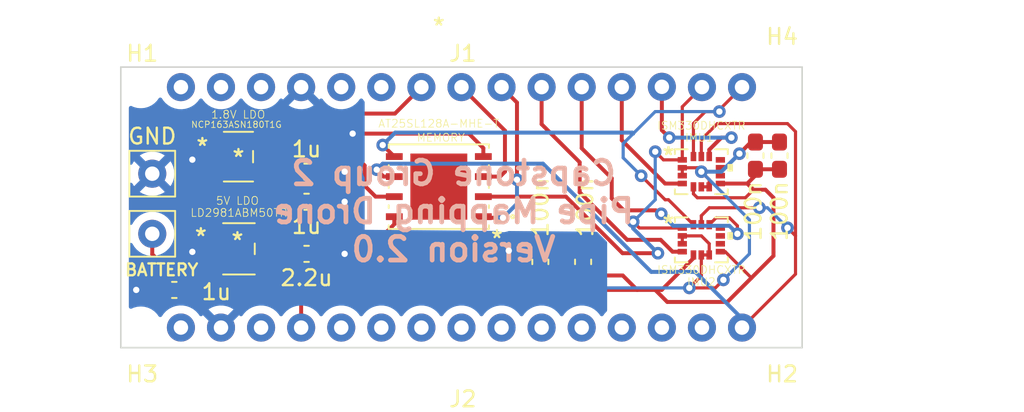
<source format=kicad_pcb>
(kicad_pcb (version 20211014) (generator pcbnew)
  (layers (0 "F.Cu" signal) (31 "B.Cu" signal) (34 "B.Paste" user) (35 "F.Paste" user) (36 "B.SilkS" user "B.Silkscreen") (37 "F.SilkS" user "F.Silkscreen") (38 "B.Mask" user) (39 "F.Mask" user) (44 "Edge.Cuts" user))
  (net 0 "")
  (net 1 "GND")
  (net 2 "1.8 V")
  (net 3 "5 V IN")
  (net 4 "Battery")
  (net 6 "SPI MISO")
  (net 7 "SPI MOSI")
  (net 9 "HOLD PIN")
  (net 10 "WP PIN")
  (net 11 "MEM CS PIN")
  (net 12 "IMU2 CS PIN")
  (net 13 "IMU1 CS PIN")
  (net 14 "IMU2 INT1 PIN")
  (net 15 "IMU1 INT1 PIN")
  (net 16 "/RST")
  (net 17 "/RX0")
  (net 18 "/TX1")
  (net 19 "/VIN")
  (net 20 "/A7")
  (net 21 "/A6")
  (net 22 "/A5")
  (net 23 "/A4")
  (net 24 "/A3")
  (net 25 "/A2")
  (net 26 "/A1")
  (net 27 "/A0")
  (net 28 "/REF")
  (net 29 "/3.3V")
  (net 30 "SPI CLK")
  (footprint "TestPoint:TestPoint_THTPad_2.5x2.5mm_Drill1.2mm" (layer "F.Cu") (at 128.905 102.87)
    (fp_text reference "GND" (at 0 -2.37) (layer "F.SilkS"))
    (fp_text value "TestPoint")
    (fp_line (start -1.45 1.45) (end -1.45 -1.45) (layer "F.SilkS") (width 0.12))
    (fp_line (start -1.45 -1.45) (end 1.45 -1.45) (layer "F.SilkS") (width 0.12))
    (fp_line (start 1.45 -1.45) (end 1.45 1.45) (layer "F.SilkS") (width 0.12))
    (fp_line (start 1.45 1.45) (end -1.45 1.45) (layer "F.SilkS") (width 0.12))
    (pad "1" thru_hole circle (at 0 0) (size 1.778 1.778) (drill 0.9144) (layers *.Cu *.Mask) (net 1 "GND"))
  )
  (footprint "MountingHole:MountingHole_2.1mm" (layer "F.Cu") (at 168.8211 97.3836)
    (fp_text reference "H4" (at 0 -3.2) (layer "F.SilkS"))
    (fp_text value "MountingHole")
    (pad "" np_thru_hole circle (at 0 0) (size 1.651 1.651) (drill 1.651) (layers F&B.Cu *.Mask))
  )
  (footprint "Capacitor_SMD:C_0603_1608Metric_Pad1.08x0.95mm_HandSolder" (layer "F.Cu") (at 138.684 107.95)
    (fp_text reference "2.2u" (at 0 1.524) (layer "F.SilkS"))
    (fp_text value "2.2u")
    (fp_line (start -0.146267 0.51) (end 0.146267 0.51) (layer "F.SilkS") (width 0.12))
    (fp_line (start -0.146267 -0.51) (end 0.146267 -0.51) (layer "F.SilkS") (width 0.12))
    (pad "1" smd roundrect (at -0.8625 0) (size 1.075 0.95) (layers "F.Cu" "F.Paste" "F.Mask") (net 3 "5 V IN"))
    (pad "2" smd roundrect (at 0.8625 0) (size 1.075 0.95) (layers "F.Cu" "F.Paste" "F.Mask") (net 1 "GND"))
  )
  (footprint "5LDO:LD2981ABM50TR" (layer "F.Cu") (at 134.39775 107.6325)
    (fp_text reference "5V LDO" (at -0.09525 -3.048) (layer "F.SilkS") (effects (font (size 0.5 0.5) (thickness 0.05))))
    (fp_text value "LD2981ABM50TR" (at 0 -2.286) (layer "F.SilkS") (effects (font (size 0.5 0.5) (thickness 0.05))))
    (fp_text user "*" (at -2.413 -0.762) (layer "F.SilkS"))
    (fp_text user "*" (at -0.09525 -0.508) (layer "F.SilkS"))
    (fp_line (start -1.0033 1.6256) (end 1.0033 1.6256) (layer "F.SilkS") (width 0.12))
    (fp_line (start 1.0033 -1.6256) (end -1.0033 -1.6256) (layer "F.SilkS") (width 0.12))
    (fp_line (start 1.0033 0.337861) (end 1.0033 -0.337861) (layer "F.SilkS") (width 0.12))
    (pad "1" smd rect locked (at -1.1938 -0.950001) (size 1.3208 0.5588) (layers "F.Cu" "F.Paste" "F.Mask") (net 4 "Battery"))
    (pad "2" smd rect locked (at -1.1938 0) (size 1.3208 0.5588) (layers "F.Cu" "F.Paste" "F.Mask") (net 1 "GND"))
    (pad "3" smd rect locked (at -1.1938 0.950001) (size 1.3208 0.5588) (layers "F.Cu" "F.Paste" "F.Mask") (net 4 "Battery"))
    (pad "4" smd rect locked (at 1.1938 0.950001) (size 1.3208 0.5588) (layers "F.Cu" "F.Paste" "F.Mask"))
    (pad "5" smd rect locked (at 1.1938 -0.950001) (size 1.3208 0.5588) (layers "F.Cu" "F.Paste" "F.Mask") (net 3 "5 V IN"))
  )
  (footprint "Capacitor_SMD:C_0603_1608Metric_Pad1.08x0.95mm_HandSolder" (layer "F.Cu") (at 168.656 101.727 -90)
    (fp_text reference "100n" (at 3.523 0 90) (layer "F.SilkS"))
    (fp_text value "100n")
    (fp_line (start -0.146267 0.51) (end 0.146267 0.51) (layer "F.SilkS") (width 0.12))
    (fp_line (start -0.146267 -0.51) (end 0.146267 -0.51) (layer "F.SilkS") (width 0.12))
    (pad "1" smd roundrect (at -0.8625 0 270) (size 1.075 0.95) (layers "F.Cu" "F.Paste" "F.Mask") (net 1 "GND"))
    (pad "2" smd roundrect (at 0.8625 0 270) (size 1.075 0.95) (layers "F.Cu" "F.Paste" "F.Mask") (net 2 "1.8 V"))
  )
  (footprint "MountingHole:MountingHole_2.1mm" (layer "F.Cu") (at 128.1811 97.3836)
    (fp_text reference "H1" (at 0.0889 -2.1336) (layer "F.SilkS"))
    (fp_text value "MountingHole")
    (pad "" np_thru_hole circle (at 0 0) (size 1.651 1.651) (drill 1.651) (layers F&B.Cu *.Mask))
  )
  (footprint "Capacitor_SMD:C_0603_1608Metric_Pad1.08x0.95mm_HandSolder" (layer "F.Cu") (at 153.5 108.458 -90)
    (fp_text reference "100n" (at -3.458 0 90) (layer "F.SilkS"))
    (fp_text value "100n")
    (fp_line (start -0.146267 0.51) (end 0.146267 0.51) (layer "F.SilkS") (width 0.12))
    (fp_line (start -0.146267 -0.51) (end 0.146267 -0.51) (layer "F.SilkS") (width 0.12))
    (pad "1" smd roundrect (at -0.8625 0 270) (size 1.075 0.95) (layers "F.Cu" "F.Paste" "F.Mask") (net 1 "GND"))
    (pad "2" smd roundrect (at 0.8625 0 270) (size 1.075 0.95) (layers "F.Cu" "F.Paste" "F.Mask") (net 2 "1.8 V"))
  )
  (footprint "Capacitor_SMD:C_0603_1608Metric_Pad1.08x0.95mm_HandSolder" (layer "F.Cu") (at 138.684 102.743)
    (fp_text reference "1u" (at 0 -1.43) (layer "F.SilkS"))
    (fp_text value "1u")
    (fp_line (start -0.146267 -0.51) (end 0.146267 -0.51) (layer "F.SilkS") (width 0.12))
    (fp_line (start -0.146267 0.51) (end 0.146267 0.51) (layer "F.SilkS") (width 0.12))
    (pad "1" smd roundrect (at -0.8625 0) (size 1.075 0.95) (layers "F.Cu" "F.Paste" "F.Mask") (net 2 "1.8 V"))
    (pad "2" smd roundrect (at 0.8625 0) (size 1.075 0.95) (layers "F.Cu" "F.Paste" "F.Mask") (net 1 "GND"))
  )
  (footprint "Capacitor_SMD:C_0603_1608Metric_Pad1.08x0.95mm_HandSolder" (layer "F.Cu") (at 138.684 104.648)
    (fp_text reference "1u" (at 0 1.524) (layer "F.SilkS"))
    (fp_text value "1u")
    (fp_line (start -0.146267 0.51) (end 0.146267 0.51) (layer "F.SilkS") (width 0.12))
    (fp_line (start -0.146267 -0.51) (end 0.146267 -0.51) (layer "F.SilkS") (width 0.12))
    (pad "1" smd roundrect (at -0.8625 0) (size 1.075 0.95) (layers "F.Cu" "F.Paste" "F.Mask") (net 3 "5 V IN"))
    (pad "2" smd roundrect (at 0.8625 0) (size 1.075 0.95) (layers "F.Cu" "F.Paste" "F.Mask") (net 1 "GND"))
  )
  (footprint "Capacitor_SMD:C_0603_1608Metric_Pad1.08x0.95mm_HandSolder" (layer "F.Cu") (at 167.132 101.727 -90)
    (fp_text reference "100n" (at 3.523 0.132 90) (layer "F.SilkS"))
    (fp_text value "100n")
    (fp_line (start -0.146267 -0.51) (end 0.146267 -0.51) (layer "F.SilkS") (width 0.12))
    (fp_line (start -0.146267 0.51) (end 0.146267 0.51) (layer "F.SilkS") (width 0.12))
    (pad "1" smd roundrect (at -0.8625 0 270) (size 1.075 0.95) (layers "F.Cu" "F.Paste" "F.Mask") (net 1 "GND"))
    (pad "2" smd roundrect (at 0.8625 0 270) (size 1.075 0.95) (layers "F.Cu" "F.Paste" "F.Mask") (net 2 "1.8 V"))
  )
  (footprint "Memory:AT25SL128A-MHE-T" (layer "F.Cu") (at 147.066 103.68915 180)
    (fp_text reference "MEMORY" (at -0.127 3.10515) (layer "F.SilkS") (effects (font (size 0.5 0.5) (thickness 0.05))))
    (fp_text value "AT25SL128A-MHE-T" (at 0 3.99415) (layer "F.SilkS") (effects (font (size 0.5 0.5) (thickness 0.05))))
    (fp_text user "*" (at 0 10.16) (layer "F.SilkS"))
    (fp_line (start 3.175 2.6797) (end 3.175 2.45364) (layer "F.SilkS") (width 0.12))
    (fp_line (start -3.175 -1.35636) (end -3.175 -1.18364) (layer "F.SilkS") (width 0.12))
    (fp_line (start 3.175 0.08636) (end 3.175 -0.08636) (layer "F.SilkS") (width 0.12))
    (fp_line (start -3.175 -2.6797) (end -3.175 -2.45364) (layer "F.SilkS") (width 0.12))
    (fp_line (start -3.175 2.45364) (end -3.175 2.6797) (layer "F.SilkS") (width 0.12))
    (fp_line (start -3.175 2.6797) (end 3.175 2.6797) (layer "F.SilkS") (width 0.12))
    (fp_line (start 3.175 -1.18364) (end 3.175 -1.35636) (layer "F.SilkS") (width 0.12))
    (fp_line (start -3.175 -0.08636) (end -3.175 0.08636) (layer "F.SilkS") (width 0.12))
    (fp_line (start 3.175 -2.45364) (end 3.175 -2.6797) (layer "F.SilkS") (width 0.12))
    (fp_line (start 3.175 1.35636) (end 3.175 1.18364) (layer "F.SilkS") (width 0.12))
    (fp_line (start 3.175 -2.6797) (end -3.175 -2.6797) (layer "F.SilkS") (width 0.12))
    (fp_line (start -3.175 1.18364) (end -3.175 1.35636) (layer "F.SilkS") (width 0.12))
    (fp_circle (center -4.6756 -1.905) (end -4.574 -1.905) (layer "F.SilkS") (width 0.12) (fill none))
    (pad "1" smd rect (at -2.821402 -1.905 180) (size 1.0668 0.4318) (layers "F.Cu" "F.Paste" "F.Mask") (net 11 "MEM CS PIN"))
    (pad "2" smd rect (at -2.821402 -0.635 180) (size 1.0668 0.4318) (layers "F.Cu" "F.Paste" "F.Mask") (net 7 "SPI MOSI"))
    (pad "3" smd rect (at -2.821402 0.635 180) (size 1.0668 0.4318) (layers "F.Cu" "F.Paste" "F.Mask") (net 10 "WP PIN"))
    (pad "4" smd rect (at -2.821402 1.905 180) (size 1.0668 0.4318) (layers "F.Cu" "F.Paste" "F.Mask") (net 1 "GND"))
    (pad "5" smd rect (at 2.821402 1.905 180) (size 1.0668 0.4318) (layers "F.Cu" "F.Paste" "F.Mask") (net 6 "SPI MISO"))
    (pad "6" smd rect (at 2.821402 0.635 180) (size 1.0668 0.4318) (layers "F.Cu" "F.Paste" "F.Mask") (net 30 "SPI CLK"))
    (pad "7" smd rect (at 2.821402 -0.635 180) (size 1.0668 0.4318) (layers "F.Cu" "F.Paste" "F.Mask") (net 9 "HOLD PIN"))
    (pad "8" smd rect (at 2.821402 -1.905 180) (size 1.0668 0.4318) (layers "F.Cu" "F.Paste" "F.Mask") (net 2 "1.8 V"))
    (pad "9" smd rect (at 0 0 180) (size 3.6068 4.191) (layers "F.Cu" "F.Paste" "F.Mask"))
  )
  (footprint "Connector_Molex:Molex_KK-254_AE-6410-15A_1x15_P2.54mm_Vertical" (layer "F.Cu") (at 130.81 97.79)
    (fp_text reference "J1" (at 17.78 -2.54) (layer "F.SilkS"))
    (fp_text value "Conn_01x15")
    (pad "1" thru_hole circle (at -0.0889 -0.4064) (size 1.778 1.778) (drill 0.9144) (layers *.Cu *.Mask) (net 18 "/TX1"))
    (pad "2" thru_hole circle (at 2.4511 -0.4064) (size 1.778 1.778) (drill 0.9144) (layers *.Cu *.Mask) (net 17 "/RX0"))
    (pad "3" thru_hole circle (at 4.9911 -0.4064) (size 1.778 1.778) (drill 0.9144) (layers *.Cu *.Mask) (net 16 "/RST"))
    (pad "4" thru_hole circle (at 7.5311 -0.4064) (size 1.778 1.778) (drill 0.9144) (layers *.Cu *.Mask) (net 1 "GND"))
    (pad "5" thru_hole circle (at 10.0711 -0.4064) (size 1.778 1.778) (drill 0.9144) (layers *.Cu *.Mask))
    (pad "6" thru_hole circle (at 12.6111 -0.4064) (size 1.778 1.778) (drill 0.9144) (layers *.Cu *.Mask))
    (pad "7" thru_hole circle (at 15.1511 -0.4064) (size 1.778 1.778) (drill 0.9144) (layers *.Cu *.Mask) (net 9 "HOLD PIN"))
    (pad "8" thru_hole circle (at 17.6911 -0.4064) (size 1.778 1.778) (drill 0.9144) (layers *.Cu *.Mask) (net 10 "WP PIN"))
    (pad "9" thru_hole circle (at 20.2311 -0.4064) (size 1.778 1.778) (drill 0.9144) (layers *.Cu *.Mask) (net 11 "MEM CS PIN"))
    (pad "10" thru_hole circle (at 22.7711 -0.4064) (size 1.778 1.778) (drill 0.9144) (layers *.Cu *.Mask) (net 14 "IMU2 INT1 PIN"))
    (pad "11" thru_hole circle (at 25.3111 -0.4064) (size 1.778 1.778) (drill 0.9144) (layers *.Cu *.Mask) (net 12 "IMU2 CS PIN"))
    (pad "12" thru_hole circle (at 27.8511 -0.4064) (size 1.778 1.778) (drill 0.9144) (layers *.Cu *.Mask) (net 15 "IMU1 INT1 PIN"))
    (pad "13" thru_hole circle (at 30.3911 -0.4262) (size 1.778 1.778) (drill 0.9144) (layers *.Cu *.Mask) (net 13 "IMU1 CS PIN"))
    (pad "14" thru_hole circle (at 32.9311 -0.4064) (size 1.778 1.778) (drill 0.9144) (layers *.Cu *.Mask) (net 7 "SPI MOSI"))
    (pad "15" thru_hole circle (at 35.4711 -0.4064) (size 1.778 1.778) (drill 0.9144) (layers *.Cu *.Mask) (net 6 "SPI MISO"))
  )
  (footprint "IMU:ISM330DHCXTR" (layer "F.Cu") (at 163.703 107.061)
    (fp_text reference "IMU2" (at 0 2.667) (layer "F.SilkS") (effects (font (size 0.5 0.5) (thickness 0.05))))
    (fp_text value "ISM330DHCXTR" (at 0 1.905) (layer "F.SilkS") (effects (font (size 0.5 0.5) (thickness 0.05))))
    (fp_text user "*" (at -2.0828 -1.000252) (layer "F.SilkS"))
    (fp_text user "*" (at -2.0828 -1.000252) (layer "F.SilkS"))
    (fp_line (start -1.6764 -1.4224) (end -1.6764 -1.11897) (layer "F.SilkS") (width 0.12))
    (fp_line (start 1.6764 -1.11897) (end 1.6764 -1.4224) (layer "F.SilkS") (width 0.12))
    (fp_line (start 1.6764 -1.4224) (end 0.874622 -1.4224) (layer "F.SilkS") (width 0.12))
    (fp_line (start 0.874622 1.4224) (end 1.6764 1.4224) (layer "F.SilkS") (width 0.12))
    (fp_line (start -0.874622 -1.4224) (end -1.6764 -1.4224) (layer "F.SilkS") (width 0.12))
    (fp_line (start 1.6764 1.4224) (end 1.6764 1.11897) (layer "F.SilkS") (width 0.12))
    (fp_line (start -1.6764 1.11897) (end -1.6764 1.4224) (layer "F.SilkS") (width 0.12))
    (fp_line (start -1.6764 1.4224) (end -0.874622 1.4224) (layer "F.SilkS") (width 0.12))
    (fp_poly (pts (xy 1.9558 -0.440563) (xy 1.9558 -0.059563) (xy 1.7018 -0.059563) (xy 1.7018 -0.440563)) (layer "F.SilkS") (width 0.1) (fill solid))
    (pad "1" smd rect (at -1.2065 -0.750189 90) (size 0.3556 0.5842) (layers "F.Cu" "F.Paste" "F.Mask") (net 7 "SPI MOSI"))
    (pad "2" smd rect (at -1.2065 -0.250063 90) (size 0.3556 0.5842) (layers "F.Cu" "F.Paste" "F.Mask") (net 1 "GND"))
    (pad "3" smd rect (at -1.2065 0.250063 90) (size 0.3556 0.5842) (layers "F.Cu" "F.Paste" "F.Mask") (net 1 "GND"))
    (pad "4" smd rect (at -1.2065 0.750189 90) (size 0.3556 0.5842) (layers "F.Cu" "F.Paste" "F.Mask") (net 14 "IMU2 INT1 PIN"))
    (pad "5" smd rect (at -0.500126 0.9587) (size 0.3556 0.5842) (layers "F.Cu" "F.Paste" "F.Mask") (net 2 "1.8 V"))
    (pad "6" smd rect (at 0 0.9587) (size 0.3556 0.5842) (layers "F.Cu" "F.Paste" "F.Mask") (net 1 "GND"))
    (pad "7" smd rect (at 0.500126 0.9587) (size 0.3556 0.5842) (layers "F.Cu" "F.Paste" "F.Mask") (net 1 "GND"))
    (pad "8" smd rect (at 1.2065 0.750189 90) (size 0.3556 0.5842) (layers "F.Cu" "F.Paste" "F.Mask") (net 2 "1.8 V"))
    (pad "9" smd rect (at 1.2065 0.250063 90) (size 0.3556 0.5842) (layers "F.Cu" "F.Paste" "F.Mask"))
    (pad "10" smd rect (at 1.2065 -0.250063 90) (size 0.3556 0.5842) (layers "F.Cu" "F.Paste" "F.Mask"))
    (pad "11" smd rect (at 1.2065 -0.750189 90) (size 0.3556 0.5842) (layers "F.Cu" "F.Paste" "F.Mask"))
    (pad "12" smd rect (at 0.500126 -0.9587) (size 0.3556 0.5842) (layers "F.Cu" "F.Paste" "F.Mask") (net 12 "IMU2 CS PIN"))
    (pad "13" smd rect (at 0 -0.9587) (size 0.3556 0.5842) (layers "F.Cu" "F.Paste" "F.Mask") (net 30 "SPI CLK"))
    (pad "14" smd rect (at -0.500126 -0.9587) (size 0.3556 0.5842) (layers "F.Cu" "F.Paste" "F.Mask") (net 6 "SPI MISO"))
  )
  (footprint "Connector_Molex:Molex_KK-254_AE-6410-15A_1x15_P2.54mm_Vertical" (layer "F.Cu") (at 166.37 113.03 180)
    (fp_text reference "J2" (at 17.78 -4.12) (layer "F.SilkS"))
    (fp_text value "Conn_01x15")
    (pad "1" thru_hole circle (at 0.0889 0.4064 180) (size 1.778 1.778) (drill 0.9144) (layers *.Cu *.Mask) (net 30 "SPI CLK"))
    (pad "2" thru_hole circle (at 2.6289 0.4064 180) (size 1.778 1.778) (drill 0.9144) (layers *.Cu *.Mask) (net 29 "/3.3V"))
    (pad "3" thru_hole circle (at 5.1689 0.4064 180) (size 1.778 1.778) (drill 0.9144) (layers *.Cu *.Mask) (net 28 "/REF"))
    (pad "4" thru_hole circle (at 7.7089 0.4064 180) (size 1.778 1.778) (drill 0.9144) (layers *.Cu *.Mask) (net 27 "/A0"))
    (pad "5" thru_hole circle (at 10.2489 0.4064 180) (size 1.778 1.778) (drill 0.9144) (layers *.Cu *.Mask) (net 26 "/A1"))
    (pad "6" thru_hole circle (at 12.7889 0.4064 180) (size 1.778 1.778) (drill 0.9144) (layers *.Cu *.Mask) (net 25 "/A2"))
    (pad "7" thru_hole circle (at 15.3289 0.4064 180) (size 1.778 1.778) (drill 0.9144) (layers *.Cu *.Mask) (net 24 "/A3"))
    (pad "8" thru_hole circle (at 17.8689 0.4064 180) (size 1.778 1.778) (drill 0.9144) (layers *.Cu *.Mask) (net 23 "/A4"))
    (pad "9" thru_hole circle (at 20.4089 0.4064 180) (size 1.778 1.778) (drill 0.9144) (layers *.Cu *.Mask) (net 22 "/A5"))
    (pad "10" thru_hole circle (at 22.9489 0.4064 180) (size 1.778 1.778) (drill 0.9144) (layers *.Cu *.Mask) (net 21 "/A6"))
    (pad "11" thru_hole circle (at 25.4889 0.4064 180) (size 1.778 1.778) (drill 0.9144) (layers *.Cu *.Mask) (net 20 "/A7"))
    (pad "12" thru_hole circle (at 28.0289 0.4064 180) (size 1.778 1.778) (drill 0.9144) (layers *.Cu *.Mask) (net 3 "5 V IN"))
    (pad "13" thru_hole circle (at 30.5689 0.4064 180) (size 1.778 1.778) (drill 0.9144) (layers *.Cu *.Mask) (net 16 "/RST"))
    (pad "14" thru_hole circle (at 33.1089 0.4064 180) (size 1.778 1.778) (drill 0.9144) (layers *.Cu *.Mask) (net 1 "GND"))
    (pad "15" thru_hole circle (at 35.6489 0.41 180) (size 1.778 1.778) (drill 0.9144) (layers *.Cu *.Mask) (net 19 "/VIN"))
  )
  (footprint "18LDO:NCP163ASN180T1G" (layer "F.Cu") (at 134.366 101.7905)
    (fp_text reference "1.8V LDO" (at -0.015875 -2.667) (layer "F.SilkS") (effects (font (size 0.5 0.5) (thickness 0.05))))
    (fp_text value "NCP163ASN180T1G" (at -0.127 -2.032) (layer "F.SilkS") (effects (font (size 0.4 0.4) (thickness 0.05))))
    (fp_text user "*" (at -2.286 -0.635) (layer "F.SilkS"))
    (fp_text user "*" (at 0 0.0635) (layer "F.SilkS"))
    (fp_line (start 0.9271 -1.5748) (end -0.9271 -1.5748) (layer "F.SilkS") (width 0.12))
    (fp_line (start 0.9271 0.363261) (end 0.9271 -0.363261) (layer "F.SilkS") (width 0.12))
    (fp_line (start -0.9271 1.5748) (end 0.9271 1.5748) (layer "F.SilkS") (width 0.12))
    (pad "1" smd rect locked (at -1.27635 -0.950001) (size 0.9525 0.508) (layers "F.Cu" "F.Paste" "F.Mask") (net 3 "5 V IN"))
    (pad "2" smd rect locked (at -1.27635 0) (size 0.9525 0.508) (layers "F.Cu" "F.Paste" "F.Mask") (net 1 "GND"))
    (pad "3" smd rect locked (at -1.27635 0.950001) (size 0.9525 0.508) (layers "F.Cu" "F.Paste" "F.Mask") (net 3 "5 V IN"))
    (pad "4" smd rect locked (at 1.27635 0.950001) (size 0.9525 0.508) (layers "F.Cu" "F.Paste" "F.Mask"))
    (pad "5" smd rect locked (at 1.27635 -0.950001) (size 0.9525 0.508) (layers "F.Cu" "F.Paste" "F.Mask") (net 2 "1.8 V"))
  )
  (footprint "Capacitor_SMD:C_0603_1608Metric_Pad1.08x0.95mm_HandSolder" (layer "F.Cu") (at 130.302 110.236 180)
    (fp_text reference "1u" (at -2.667 -0.127) (layer "F.SilkS"))
    (fp_text value "1u")
    (fp_line (start -0.146267 0.51) (end 0.146267 0.51) (layer "F.SilkS") (width 0.12))
    (fp_line (start -0.146267 -0.51) (end 0.146267 -0.51) (layer "F.SilkS") (width 0.12))
    (pad "1" smd roundrect (at -0.8625 0 180) (size 1.075 0.95) (layers "F.Cu" "F.Paste" "F.Mask") (net 4 "Battery"))
    (pad "2" smd roundrect (at 0.8625 0 180) (size 1.075 0.95) (layers "F.Cu" "F.Paste" "F.Mask") (net 1 "GND"))
  )
  (footprint "Capacitor_SMD:C_0603_1608Metric_Pad1.08x0.95mm_HandSolder" (layer "F.Cu") (at 156.21 108.458 -90)
    (fp_text reference "100n" (at -3.458 -0.127 90) (layer "F.SilkS"))
    (fp_text value "100n")
    (fp_line (start -0.146267 0.51) (end 0.146267 0.51) (layer "F.SilkS") (width 0.12))
    (fp_line (start -0.146267 -0.51) (end 0.146267 -0.51) (layer "F.SilkS") (width 0.12))
    (pad "1" smd roundrect (at -0.8625 0 270) (size 1.075 0.95) (layers "F.Cu" "F.Paste" "F.Mask") (net 1 "GND"))
    (pad "2" smd roundrect (at 0.8625 0 270) (size 1.075 0.95) (layers "F.Cu" "F.Paste" "F.Mask") (net 2 "1.8 V"))
  )
  (footprint "MountingHole:MountingHole_2.1mm" (layer "F.Cu") (at 168.8211 112.6236)
    (fp_text reference "H2" (at 0 2.9464) (layer "F.SilkS"))
    (fp_text value "MountingHole")
    (pad "" np_thru_hole circle (at 0 0) (size 1.651 1.651) (drill 1.651) (layers F&B.Cu *.Mask))
  )
  (footprint "IMU:ISM330DHCXTR" (layer "F.Cu") (at 163.703 102.743)
    (fp_text reference "IMU1" (at -0.127 -2.159) (layer "F.SilkS") (effects (font (size 0.5 0.5) (thickness 0.05))))
    (fp_text value "ISM330DHCXTR" (at 0 -2.921) (layer "F.SilkS") (effects (font (size 0.5 0.5) (thickness 0.05))))
    (fp_text user "*" (at -2.0828 -1.000252) (layer "F.SilkS"))
    (fp_text user "*" (at -2.0828 -1.016) (layer "F.SilkS"))
    (fp_line (start 1.6764 -1.4224) (end 0.874622 -1.4224) (layer "F.SilkS") (width 0.12))
    (fp_line (start -1.6764 1.4224) (end -0.874622 1.4224) (layer "F.SilkS") (width 0.12))
    (fp_line (start -0.874622 -1.4224) (end -1.6764 -1.4224) (layer "F.SilkS") (width 0.12))
    (fp_line (start 1.6764 1.4224) (end 1.6764 1.11897) (layer "F.SilkS") (width 0.12))
    (fp_line (start 0.874622 1.4224) (end 1.6764 1.4224) (layer "F.SilkS") (width 0.12))
    (fp_line (start 1.6764 -1.11897) (end 1.6764 -1.4224) (layer "F.SilkS") (width 0.12))
    (fp_line (start -1.6764 1.11897) (end -1.6764 1.4224) (layer "F.SilkS") (width 0.12))
    (fp_line (start -1.6764 -1.4224) (end -1.6764 -1.11897) (layer "F.SilkS") (width 0.12))
    (fp_poly (pts (xy 1.9558 -0.440563) (xy 1.9558 -0.059563) (xy 1.7018 -0.059563) (xy 1.7018 -0.440563)) (layer "F.SilkS") (width 0.1) (fill solid))
    (pad "1" smd rect (at -1.2065 -0.750189 90) (size 0.3556 0.5842) (layers "F.Cu" "F.Paste" "F.Mask") (net 7 "SPI MOSI"))
    (pad "2" smd rect (at -1.2065 -0.250063 90) (size 0.3556 0.5842) (layers "F.Cu" "F.Paste" "F.Mask") (net 1 "GND"))
    (pad "3" smd rect (at -1.2065 0.250063 90) (size 0.3556 0.5842) (layers "F.Cu" "F.Paste" "F.Mask") (net 1 "GND"))
    (pad "4" smd rect (at -1.2065 0.750189 90) (size 0.3556 0.5842) (layers "F.Cu" "F.Paste" "F.Mask") (net 15 "IMU1 INT1 PIN"))
    (pad "5" smd rect (at -0.500126 0.9587) (size 0.3556 0.5842) (layers "F.Cu" "F.Paste" "F.Mask") (net 2 "1.8 V"))
    (pad "6" smd rect (at 0 0.9587) (size 0.3556 0.5842) (layers "F.Cu" "F.Paste" "F.Mask") (net 1 "GND"))
    (pad "7" smd rect (at 0.500126 0.9587) (size 0.3556 0.5842) (layers "F.Cu" "F.Paste" "F.Mask") (net 1 "GND"))
    (pad "8" smd rect (at 1.2065 0.750189 90) (size 0.3556 0.5842) (layers "F.Cu" "F.Paste" "F.Mask") (net 2 "1.8 V"))
    (pad "9" smd rect (at 1.2065 0.250063 90) (size 0.3556 0.5842) (layers "F.Cu" "F.Paste" "F.Mask"))
    (pad "10" smd rect (at 1.2065 -0.250063 90) (size 0.3556 0.5842) (layers "F.Cu" "F.Paste" "F.Mask"))
    (pad "11" smd rect (at 1.2065 -0.750189 90) (size 0.3556 0.5842) (layers "F.Cu" "F.Paste" "F.Mask"))
    (pad "12" smd rect (at 0.500126 -0.9587) (size 0.3556 0.5842) (layers "F.Cu" "F.Paste" "F.Mask") (net 13 "IMU1 CS PIN"))
    (pad "13" smd rect (at 0 -0.9587) (size 0.3556 0.5842) (layers "F.Cu" "F.Paste" "F.Mask") (net 30 "SPI CLK"))
    (pad "14" smd rect (at -0.500126 -0.9587) (size 0.3556 0.5842) (layers "F.Cu" "F.Paste" "F.Mask") (net 6 "SPI MISO"))
  )
  (footprint "TestPoint:TestPoint_THTPad_2.5x2.5mm_Drill1.2mm" (layer "F.Cu") (at 128.905 106.68)
    (fp_text reference "BATTERY" (at 0.595 2.286) (layer "F.SilkS") (effects (font (size 0.75 0.75))))
    (fp_text value "TestPoint")
    (fp_line (start -1.45 1.45) (end -1.45 -1.45) (layer "F.SilkS") (width 0.12))
    (fp_line (start 1.45 -1.45) (end 1.45 1.45) (layer "F.SilkS") (width 0.12))
    (fp_line (start -1.45 -1.45) (end 1.45 -1.45) (layer "F.SilkS") (width 0.12))
    (fp_line (start 1.45 1.45) (end -1.45 1.45) (layer "F.SilkS") (width 0.12))
    (pad "1" thru_hole circle (at 0 0) (size 1.778 1.778) (drill 0.9144) (layers *.Cu *.Mask) (net 4 "Battery"))
  )
  (footprint "MountingHole:MountingHole_2.1mm" (layer "F.Cu") (at 128.1811 112.6236)
    (fp_text reference "H3" (at 0.0889 2.9464) (layer "F.SilkS"))
    (fp_text value "MountingHole")
    (pad "" np_thru_hole circle (at 0 0) (size 1.651 1.651) (drill 1.651) (layers F&B.Cu *.Mask))
  )
  (gr_line (start 170.0911 96.1136) (end 170.0911 113.8936) (layer "Edge.Cuts") (width 0.1))
  (gr_line (start 126.9111 96.1136) (end 170.0911 96.1136) (layer "Edge.Cuts") (width 0.1))
  (gr_line (start 126.9111 113.8936) (end 126.9111 96.1136) (layer "Edge.Cuts") (width 0.1))
  (gr_line (start 170.0911 113.8936) (end 126.9111 113.8936) (layer "Edge.Cuts") (width 0.1))
  (gr_text "Capstone Group 2\nPipe Mapping Drone\nVersion 2.0" (at 148 105.25) (layer "B.SilkS") (effects (font (size 1.5 1.5) (thickness 0.3)) (justify mirror)))
  (gr_text "*" (at 150.75 107) (layer "F.SilkS") (effects (font (size 1 1))))
  (segment (start 163.703 103.7017) (end 164.203126 103.7017) (width 0.2) (layer "F.Cu") (net 1))
  (segment (start 165.1 109.601) (end 164.592 110.109) (width 0.2) (layer "F.Cu") (net 1))
  (segment (start 151.6545 107.5955) (end 154.559 107.5955) (width 0.25) (layer "F.Cu") (net 1))
  (segment (start 164.203126 107.307126) (end 164.203126 108.0197) (width 0.2) (layer "F.Cu") (net 1))
  (segment (start 162.4965 107.311063) (end 162.4965 106.810937) (width 0.2) (layer "F.Cu") (net 1))
  (segment (start 163.703 108.0197) (end 163.703 109.347) (width 0.2) (layer "F.Cu") (net 1))
  (segment (start 133.20395 107.6325) (end 131.6355 107.6325) (width 0.25) (layer "F.Cu") (net 1))
  (segment (start 139.5465 102.743) (end 141.097 102.743) (width 0.25) (layer "F.Cu") (net 1))
  (segment (start 166.8515 100.8645) (end 166.116 101.6) (width 0.25) (layer "F.Cu") (net 1))
  (segment (start 131.6355 101.7905) (end 131.445 101.981) (width 0.25) (layer "F.Cu") (net 1))
  (segment (start 141.605 100.33) (end 148.971 100.33) (width 0.25) (layer "F.Cu") (net 1))
  (segment (start 148.971 100.33) (end 149.887402 101.246402) (width 0.25) (layer "F.Cu") (net 1))
  (segment (start 164.592 110.109) (end 162.941 110.109) (width 0.2) (layer "F.Cu") (net 1))
  (segment (start 139.5465 104.648) (end 141.097 104.648) (width 0.25) (layer "F.Cu") (net 1))
  (segment (start 163.706937 106.810937) (end 164.203126 107.307126) (width 0.2) (layer "F.Cu") (net 1))
  (segment (start 163.703 102.743) (end 164.203126 103.243126) (width 0.2) (layer "F.Cu") (net 1))
  (segment (start 131.6355 107.6325) (end 131.445 107.823) (width 0.25) (layer "F.Cu") (net 1))
  (segment (start 151.5 107.75) (end 151.6545 107.5955) (width 0.25) (layer "F.Cu") (net 1))
  (segment (start 149.887402 101.246402) (end 149.887402 101.78415) (width 0.25) (layer "F.Cu") (net 1))
  (segment (start 133.08965 101.7905) (end 131.6355 101.7905) (width 0.25) (layer "F.Cu") (net 1))
  (segment (start 163.703 109.347) (end 162.941 110.109) (width 0.2) (layer "F.Cu") (net 1))
  (segment (start 163.452937 102.492937) (end 162.4965 102.492937) (width 0.2) (layer "F.Cu") (net 1))
  (segment (start 139.5465 107.95) (end 141.097 107.95) (width 0.25) (layer "F.Cu") (net 1))
  (segment (start 129.4395 110.236) (end 127.889 110.236) (width 0.25) (layer "F.Cu") (net 1))
  (segment (start 164.203126 103.243126) (end 164.203126 103.7017) (width 0.2) (layer "F.Cu") (net 1))
  (segment (start 167.132 100.8645) (end 166.8515 100.8645) (width 0.25) (layer "F.Cu") (net 1))
  (segment (start 163.703 108.0197) (end 164.203126 108.0197) (width 0.2) (layer "F.Cu") (net 1))
  (segment (start 156.21 107.5955) (end 154.559 107.5955) (width 0.25) (layer "F.Cu") (net 1))
  (segment (start 162.4965 102.993063) (end 162.4965 102.492937) (width 0.2) (layer "F.Cu") (net 1))
  (segment (start 168.656 100.8645) (end 167.132 100.8645) (width 0.25) (layer "F.Cu") (net 1))
  (segment (start 163.703 102.743) (end 163.452937 102.492937) (width 0.2) (layer "F.Cu") (net 1))
  (segment (start 162.4965 106.810937) (end 163.706937 106.810937) (width 0.2) (layer "F.Cu") (net 1))
  (via (at 141.097 107.95) (size 0.8) (drill 0.4) (layers "F.Cu" "B.Cu") (net 1))
  (via (at 163.703 102.743) (size 0.8) (drill 0.4) (layers "F.Cu" "B.Cu") (net 1))
  (via (at 131.445 101.981) (size 0.8) (drill 0.4) (layers "F.Cu" "B.Cu") (net 1))
  (via (at 127.889 110.236) (size 0.8) (drill 0.4) (layers "F.Cu" "B.Cu") (net 1))
  (via (at 131.445 107.823) (size 0.8) (drill 0.4) (layers "F.Cu" "B.Cu") (net 1))
  (via (at 165.1 109.601) (size 0.8) (drill 0.4) (layers "F.Cu" "B.Cu") (net 1))
  (via (at 166.116 101.6) (size 0.8) (drill 0.4) (layers "F.Cu" "B.Cu") (net 1))
  (via (at 151.5 107.75) (size 0.8) (drill 0.4) (layers "F.Cu" "B.Cu") (net 1))
  (via (at 141.097 104.648) (size 0.8) (drill 0.4) (layers "F.Cu" "B.Cu") (net 1))
  (via (at 162.941 110.109) (size 0.8) (drill 0.4) (layers "F.Cu" "B.Cu") (net 1))
  (via (at 141.605 100.33) (size 0.8) (drill 0.4) (layers "F.Cu" "B.Cu") (net 1))
  (via (at 141.097 102.743) (size 0.8) (drill 0.4) (layers "F.Cu" "B.Cu") (net 1))
  (segment (start 164.973 102.743) (end 166.116 101.6) (width 0.25) (layer "B.Cu") (net 1))
  (segment (start 151.5 107.75) (end 153.343 107.75) (width 0.2) (layer "B.Cu") (net 1))
  (segment (start 166.751 105.791) (end 166.751 107.95) (width 0.2) (layer "B.Cu") (net 1))
  (segment (start 166.751 107.95) (end 165.1 109.601) (width 0.2) (layer "B.Cu") (net 1))
  (segment (start 163.703 102.743) (end 164.973 102.743) (width 0.25) (layer "B.Cu") (net 1))
  (segment (start 155.702 110.109) (end 162.941 110.109) (width 0.2) (layer "B.Cu") (net 1))
  (segment (start 163.703 102.743) (end 166.751 105.791) (width 0.2) (layer "B.Cu") (net 1))
  (segment (start 153.343 107.75) (end 155.702 110.109) (width 0.2) (layer "B.Cu") (net 1))
  (segment (start 141.388 102.018) (end 141.397305 102.018) (width 0.25) (layer "F.Cu") (net 2))
  (segment (start 168.275 104.394) (end 167.767 103.886) (width 0.25) (layer "F.Cu") (net 2))
  (segment (start 165.215189 107.811189) (end 166.878 109.474) (width 0.2) (layer "F.Cu") (net 2))
  (segment (start 158.7235 109.3205) (end 159.639 110.236) (width 0.25) (layer "F.Cu") (net 2))
  (segment (start 165.354 110.998) (end 161.544 110.998) (width 0.25) (layer "F.Cu") (net 2))
  (segment (start 168.275 108.077) (end 166.878 109.474) (width 0.25) (layer "F.Cu") (net 2))
  (segment (start 141.097 101.727) (end 141.388 102.018) (width 0.25) (layer "F.Cu") (net 2))
  (segment (start 164.9095 107.811189) (end 165.215189 107.811189) (width 0.2) (layer "F.Cu") (net 2))
  (segment (start 135.64235 100.840499) (end 135.918999 100.840499) (width 0.25) (layer "F.Cu") (net 2))
  (segment (start 144.244598 106.072402) (end 142.113 108.204) (width 0.25) (layer "F.Cu") (net 2))
  (segment (start 168.275 107.823) (end 168.275 108.077) (width 0.25) (layer "F.Cu") (net 2))
  (segment (start 137.8215 102.743) (end 138.8375 101.727) (width 0.25) (layer "F.Cu") (net 2))
  (segment (start 161.191588 110.236) (end 162.574294 108.853294) (width 0.25) (layer "F.Cu") (net 2))
  (segment (start 166.497 104.394) (end 163.449 104.394) (width 0.2) (layer "F.Cu") (net 2))
  (segment (start 162.574294 108.853294) (end 163.2002 108.227389) (width 0.25) (layer "F.Cu") (net 2))
  (segment (start 163.202874 104.147874) (end 163.202874 103.7017) (width 0.2) (layer "F.Cu") (net 2))
  (segment (start 166.614863 103.495863) (end 164.9095 103.495863) (width 0.25) (layer "F.Cu") (net 2))
  (segment (start 163.2002 108.227389) (end 163.2002 108.0197) (width 0.25) (layer "F.Cu") (net 2))
  (segment (start 161.544 110.998) (end 160.782 110.236) (width 0.25) (layer "F.Cu") (net 2))
  (segment (start 141.397305 102.018) (end 141.859 102.479695) (width 0.25) (layer "F.Cu") (net 2))
  (segment (start 163.449 104.394) (end 163.202874 104.147874) (width 0.2) (layer "F.Cu") (net 2))
  (segment (start 168.275 107.823) (end 168.275 104.394) (width 0.25) (layer "F.Cu") (net 2))
  (segment (start 135.918999 100.840499) (end 137.8215 102.743) (width 0.25) (layer "F.Cu") (net 2))
  (segment (start 159.639 110.236) (end 161.191588 110.236) (width 0.25) (layer "F.Cu") (net 2))
  (segment (start 164.918637 107.823) (end 164.9095 107.813863) (width 0.25) (layer "F.Cu") (net 2))
  (segment (start 166.878 109.474) (end 165.354 110.998) (width 0.25) (layer "F.Cu") (net 2))
  (segment (start 142.113 108.204) (end 144.145 110.236) (width 0.25) (layer "F.Cu") (net 2))
  (segment (start 167.132 102.5895) (end 167.132 102.978726) (width 0.25) (layer "F.Cu") (net 2))
  (segment (start 167.132 102.978726) (end 166.614863 103.495863) (width 0.25) (layer "F.Cu") (net 2))
  (segment (start 167.767 103.886) (end 167.005 103.886) (width 0.25) (layer "F.Cu") (net 2))
  (segment (start 144.244598 105.59415) (end 144.244598 106.072402) (width 0.25) (layer "F.Cu") (net 2))
  (segment (start 141.859 102.479695) (end 141.859 107.95) (width 0.25) (layer "F.Cu") (net 2))
  (segment (start 153.5 109.3205) (end 156.21 109.3205) (width 0.25) (layer "F.Cu") (net 2))
  (segment (start 168.656 102.5895) (end 167.132 102.5895) (width 0.25) (layer "F.Cu") (net 2))
  (segment (start 141.859 107.95) (end 142.113 108.204) (width 0.25) (layer "F.Cu") (net 2))
  (segment (start 168.275 107.823) (end 168.263189 107.811189) (width 0.2) (layer "F.Cu") (net 2))
  (segment (start 167.005 103.886) (end 166.614863 103.495863) (width 0.25) (layer "F.Cu") (net 2))
  (segment (start 138.8375 101.727) (end 141.097 101.727) (width 0.25) (layer "F.Cu") (net 2))
  (segment (start 167.005 103.886) (end 166.497 104.394) (width 0.2) (layer "F.Cu") (net 2))
  (segment (start 156.21 109.3205) (end 158.7235 109.3205) (width 0.25) (layer "F.Cu") (net 2))
  (segment (start 144.145 110.236) (end 159.639 110.236) (width 0.25) (layer "F.Cu") (net 2))
  (segment (start 136.553999 106.682499) (end 137.8215 107.95) (width 0.25) (layer "F.Cu") (net 3))
  (segment (start 133.474501 102.740501) (end 133.08965 102.740501) (width 0.25) (layer "F.Cu") (net 3))
  (segment (start 137.8215 104.648) (end 135.382 104.648) (width 0.25) (layer "F.Cu") (net 3))
  (segment (start 138.3411 108.4696) (end 138.3411 112.6236) (width 0.25) (layer "F.Cu") (net 3))
  (segment (start 134.366 103.632) (end 134.366 101.473) (width 0.25) (layer "F.Cu") (net 3))
  (segment (start 133.733499 100.840499) (end 134.366 101.473) (width 0.25) (layer "F.Cu") (net 3))
  (segment (start 135.382 104.648) (end 134.366 103.632) (width 0.25) (layer "F.Cu") (net 3))
  (segment (start 135.787001 106.682499) (end 137.8215 104.648) (width 0.25) (layer "F.Cu") (net 3))
  (segment (start 135.59155 106.682499) (end 135.787001 106.682499) (width 0.25) (layer "F.Cu") (net 3))
  (segment (start 134.366 103.632) (end 133.474501 102.740501) (width 0.25) (layer "F.Cu") (net 3))
  (segment (start 135.59155 106.682499) (end 136.553999 106.682499) (width 0.25) (layer "F.Cu") (net 3))
  (segment (start 137.8215 107.95) (end 138.3411 108.4696) (width 0.25) (layer "F.Cu") (net 3))
  (segment (start 133.08965 100.840499) (end 133.733499 100.840499) (width 0.25) (layer "F.Cu") (net 3))
  (segment (start 134.493 108.203851) (end 134.493 107.061) (width 0.25) (layer "F.Cu") (net 4))
  (segment (start 133.20395 108.582501) (end 134.11435 108.582501) (width 0.25) (layer "F.Cu") (net 4))
  (segment (start 131.1645 110.236) (end 128.905 107.9765) (width 0.25) (layer "F.Cu") (net 4))
  (segment (start 131.550451 110.236) (end 133.20395 108.582501) (width 0.25) (layer "F.Cu") (net 4))
  (segment (start 134.11435 108.582501) (end 134.493 108.203851) (width 0.25) (layer "F.Cu") (net 4))
  (segment (start 131.1645 110.236) (end 131.550451 110.236) (width 0.25) (layer "F.Cu") (net 4))
  (segment (start 133.201451 106.68) (end 133.20395 106.682499) (width 0.25) (layer "F.Cu") (net 4))
  (segment (start 134.114499 106.682499) (end 133.20395 106.682499) (width 0.25) (layer "F.Cu") (net 4))
  (segment (start 134.493 107.061) (end 134.114499 106.682499) (width 0.25) (layer "F.Cu") (net 4))
  (segment (start 128.905 107.9765) (end 128.905 106.68) (width 0.25) (layer "F.Cu") (net 4))
  (segment (start 164.846 98.8187) (end 166.2811 97.3836) (width 0.2) (layer "F.Cu") (net 6))
  (segment (start 163.957 98.933) (end 163.202874 99.687126) (width 0.2) (layer "F.Cu") (net 6))
  (segment (start 164.846 98.933) (end 164.846 98.8187) (width 0.2) (layer "F.Cu") (net 6))
  (segment (start 163.202874 99.687126) (end 163.202874 101.7843) (width 0.2) (layer "F.Cu") (net 6))
  (segment (start 161.408402 104.521) (end 161.621574 104.521) (width 0.2) (layer "F.Cu") (net 6))
  (segment (start 164.846 98.933) (end 163.957 98.933) (width 0.2) (layer "F.Cu") (net 6))
  (segment (start 161.621574 104.521) (end 163.202874 106.1023) (width 0.2) (layer "F.Cu") (net 6))
  (segment (start 159.888701 103.001299) (end 161.408402 104.521) (width 0.2) (layer "F.Cu") (net 6))
  (segment (start 144.23965 101.78415) (end 143.51 101.0545) (width 0.25) (layer "F.Cu") (net 6))
  (segment (start 144.244598 101.78415) (end 144.23965 101.78415) (width 0.25) (layer "F.Cu") (net 6))
  (via (at 159.888701 103.001299) (size 0.8) (drill 0.4) (layers "F.Cu" "B.Cu") (net 6))
  (via (at 164.846 98.933) (size 0.8) (drill 0.4) (layers "F.Cu" "B.Cu") (net 6))
  (via (at 143.51 101.0545) (size 0.8) (drill 0.4) (layers "F.Cu" "B.Cu") (net 6))
  (segment (start 159.385 100.33) (end 158.75 100.965) (width 0.2) (layer "B.Cu") (net 6))
  (segment (start 158.75 100.965) (end 158.75 101.862598) (width 0.2) (layer "B.Cu") (net 6))
  (segment (start 159.385 100.33) (end 159.3215 100.2665) (width 0.25) (layer "B.Cu") (net 6))
  (segment (start 159.3215 100.2665) (end 144.298 100.2665) (width 0.25) (layer "B.Cu") (net 6))
  (segment (start 144.298 100.2665) (end 143.51 101.0545) (width 0.25) (layer "B.Cu") (net 6))
  (segment (start 158.75 101.862598) (end 159.888701 103.001299) (width 0.2) (layer "B.Cu") (net 6))
  (segment (start 160.782 98.933) (end 164.846 98.933) (width 0.2) (layer "B.Cu") (net 6))
  (segment (start 159.385 100.33) (end 160.782 98.933) (width 0.2) (layer "B.Cu") (net 6))
  (segment (start 160.782 101.473) (end 161.301811 101.992811) (width 0.2) (layer "F.Cu") (net 7))
  (segment (start 159.777811 106.310811) (end 162.4965 106.310811) (width 0.2) (layer "F.Cu") (net 7))
  (segment (start 158.709031 107.909031) (end 155.12415 104.32415) (width 0.25) (layer "F.Cu") (net 7))
  (segment (start 163.7411 97.3836) (end 162.4965 98.6282) (width 0.2) (layer "F.Cu") (net 7))
  (segment (start 160.949969 107.909031) (end 158.709031 107.909031) (width 0.25) (layer "F.Cu") (net 7))
  (segment (start 162.4965 98.6282) (end 162.4965 101.992811) (width 0.2) (layer "F.Cu") (net 7))
  (segment (start 155.12415 104.32415) (end 149.887402 104.32415) (width 0.25) (layer "F.Cu") (net 7))
  (segment (start 159.385 105.918) (end 159.777811 106.310811) (width 0.2) (layer "F.Cu") (net 7))
  (segment (start 161.301811 101.992811) (end 162.4965 101.992811) (width 0.2) (layer "F.Cu") (net 7))
  (via (at 160.949969 107.909031) (size 0.8) (drill 0.4) (layers "F.Cu" "B.Cu") (net 7))
  (via (at 159.385 105.918) (size 0.8) (drill 0.4) (layers "F.Cu" "B.Cu") (net 7))
  (via (at 160.782 101.473) (size 0.8) (drill 0.4) (layers "F.Cu" "B.Cu") (net 7))
  (segment (start 159.385 106.344062) (end 159.385 105.918) (width 0.25) (layer "B.Cu") (net 7))
  (segment (start 159.385 105.918) (end 160.782 104.521) (width 0.2) (layer "B.Cu") (net 7))
  (segment (start 160.949969 107.909031) (end 159.385 106.344062) (width 0.25) (layer "B.Cu") (net 7))
  (segment (start 160.782 104.521) (end 160.782 101.473) (width 0.2) (layer "B.Cu") (net 7))
  (segment (start 141.097 99.06) (end 144.2847 99.06) (width 0.25) (layer "F.Cu") (net 9))
  (segment (start 142.367 102.351299) (end 141.292701 101.277) (width 0.25) (layer "F.Cu") (net 9))
  (segment (start 144.2847 99.06) (end 145.9611 97.3836) (width 0.25) (layer "F.Cu") (net 9))
  (segment (start 142.367 103.632) (end 142.367 102.351299) (width 0.25) (layer "F.Cu") (net 9))
  (segment (start 143.05915 104.32415) (end 142.367 103.632) (width 0.25) (layer "F.Cu") (net 9))
  (segment (start 141.292701 101.277) (end 141.282 101.277) (width 0.25) (layer "F.Cu") (net 9))
  (segment (start 140.462 99.695) (end 141.097 99.06) (width 0.25) (layer "F.Cu") (net 9))
  (segment (start 140.462 100.457) (end 140.462 99.695) (width 0.25) (layer "F.Cu") (net 9))
  (segment (start 141.282 101.277) (end 140.462 100.457) (width 0.25) (layer "F.Cu") (net 9))
  (segment (start 144.244598 104.32415) (end 143.05915 104.32415) (width 0.25) (layer "F.Cu") (net 9))
  (segment (start 151.257 102.743) (end 151.257 100.1395) (width 0.25) (layer "F.Cu") (net 10))
  (segment (start 150.94585 103.05415) (end 151.257 102.743) (width 0.25) (layer "F.Cu") (net 10))
  (segment (start 151.257 100.1395) (end 148.5011 97.3836) (width 0.25) (layer "F.Cu") (net 10))
  (segment (start 149.887402 103.05415) (end 150.94585 103.05415) (width 0.25) (layer "F.Cu") (net 10))
  (segment (start 151.13 105.664) (end 149.957252 105.664) (width 0.25) (layer "F.Cu") (net 11))
  (segment (start 152.019 103.251) (end 152.019 98.3615) (width 0.25) (layer "F.Cu") (net 11))
  (segment (start 149.957252 105.664) (end 149.887402 105.59415) (width 0.25) (layer "F.Cu") (net 11))
  (segment (start 152.019 98.3615) (end 151.0411 97.3836) (width 0.25) (layer "F.Cu") (net 11))
  (via (at 152.019 103.251) (size 0.8) (drill 0.4) (layers "F.Cu" "B.Cu") (net 11))
  (via (at 151.13 105.664) (size 0.8) (drill 0.4) (layers "F.Cu" "B.Cu") (net 11))
  (segment (start 152.019 103.251) (end 152.019 104.775) (width 0.25) (layer "B.Cu") (net 11))
  (segment (start 152.019 104.775) (end 151.13 105.664) (width 0.25) (layer "B.Cu") (net 11))
  (segment (start 156.1211 101.2571) (end 156.1211 97.3836) (width 0.25) (layer "F.Cu") (net 12))
  (segment (start 165.989 106.68) (end 165.989 106.172) (width 0.2) (layer "F.Cu") (net 12))
  (segment (start 158.025 104.431) (end 158.025 103.161) (width 0.25) (layer "F.Cu") (net 12))
  (segment (start 158.025 103.161) (end 156.1211 101.2571) (width 0.25) (layer "F.Cu") (net 12))
  (segment (start 165.481 105.664) (end 164.641426 105.664) (width 0.2) (layer "F.Cu") (net 12))
  (segment (start 161.163 105.41) (end 161.036 105.41) (width 0.25) (layer "F.Cu") (net 12))
  (segment (start 164.203126 106.1023) (end 164.203126 105.990374) (width 0.2) (layer "F.Cu") (net 12))
  (segment (start 161.036 105.41) (end 160.819 105.193) (width 0.25) (layer "F.Cu") (net 12))
  (segment (start 164.641426 105.664) (end 164.203126 106.1023) (width 0.2) (layer "F.Cu") (net 12))
  (segment (start 160.819 105.193) (end 158.787 105.193) (width 0.25) (layer "F.Cu") (net 12))
  (segment (start 165.989 106.172) (end 165.481 105.664) (width 0.2) (layer "F.Cu") (net 12))
  (segment (start 158.787 105.193) (end 158.025 104.431) (width 0.25) (layer "F.Cu") (net 12))
  (via (at 165.989 106.68) (size 0.8) (drill 0.4) (layers "F.Cu" "B.Cu") (net 12))
  (via (at 161.163 105.41) (size 0.8) (drill 0.4) (layers "F.Cu" "B.Cu") (net 12))
  (segment (start 161.925 106.172) (end 161.163 105.41) (width 0.25) (layer "B.Cu") (net 12))
  (segment (start 165.481 106.172) (end 161.925 106.172) (width 0.25) (layer "B.Cu") (net 12))
  (segment (start 165.989 106.68) (end 165.481 106.172) (width 0.25) (layer "B.Cu") (net 12))
  (segment (start 165.608 100.584) (end 164.973 100.584) (width 0.25) (layer "F.Cu") (net 13))
  (segment (start 164.973 100.584) (end 164.2058 101.3512) (width 0.25) (layer "F.Cu") (net 13))
  (segment (start 164.2058 101.3512) (end 164.2058 101.7843) (width 0.25) (layer "F.Cu") (net 13))
  (segment (start 161.671 100.584) (end 161.2011 100.1141) (width 0.25) (layer "F.Cu") (net 13))
  (segment (start 161.2011 100.1141) (end 161.2011 97.3638) (width 0.25) (layer "F.Cu") (net 13))
  (via (at 165.608 100.584) (size 0.8) (drill 0.4) (layers "F.Cu" "B.Cu") (net 13))
  (via (at 161.671 100.584) (size 0.8) (drill 0.4) (layers "F.Cu" "B.Cu") (net 13))
  (segment (start 161.671 100.584) (end 165.608 100.584) (width 0.25) (layer "B.Cu") (net 13))
  (segment (start 155.993 102.145) (end 155.993 104.05) (width 0.25) (layer "F.Cu") (net 14))
  (segment (start 161.126537 107.061) (end 161.8794 107.813863) (width 0.25) (layer "F.Cu") (net 14))
  (segment (start 153.5811 97.3836) (end 153.5811 99.7331) (width 0.25) (layer "F.Cu") (net 14))
  (segment (start 153.5811 99.7331) (end 155.993 102.145) (width 0.25) (layer "F.Cu") (net 14))
  (segment (start 155.993 104.05) (end 159.004 107.061) (width 0.25) (layer "F.Cu") (net 14))
  (segment (start 161.8794 107.813863) (end 162.4965 107.813863) (width 0.25) (layer "F.Cu") (net 14))
  (segment (start 159.004 107.061) (end 161.126537 107.061) (width 0.25) (layer "F.Cu") (net 14))
  (segment (start 158.6611 97.3836) (end 158.6611 100.7491) (width 0.25) (layer "F.Cu") (net 15))
  (segment (start 161.407863 103.495863) (end 162.4965 103.495863) (width 0.25) (layer "F.Cu") (net 15))
  (segment (start 158.6611 100.7491) (end 161.407863 103.495863) (width 0.25) (layer "F.Cu") (net 15))
  (segment (start 130.7211 112.3569) (end 130.7211 112.62) (width 0.25) (layer "F.Cu") (net 19))
  (segment (start 163.703 100.711) (end 164.719 99.695) (width 0.2) (layer "F.Cu") (net 30))
  (segment (start 169.672 100.203) (end 169.672 106.807) (width 0.2) (layer "F.Cu") (net 30))
  (segment (start 144.244598 103.05415) (end 143.56715 103.05415) (width 0.25) (layer "F.Cu") (net 30))
  (segment (start 169.672 109.2327) (end 166.2811 112.6236) (width 0.2) (layer "F.Cu") (net 30))
  (segment (start 163.703 105.532526) (end 163.703 106.1023) (width 0.2) (layer "F.Cu") (net 30))
  (segment (start 143.56715 103.05415) (end 143.129 102.616) (width 0.25) (layer "F.Cu") (net 30))
  (segment (start 167.386 105.029) (end 164.206526 105.029) (width 0.2) (layer "F.Cu") (net 30))
  (segment (start 164.206526 105.029) (end 163.703 105.532526) (width 0.2) (layer "F.Cu") (net 30))
  (segment (start 169.164 99.695) (end 169.672 100.203) (width 0.2) (layer "F.Cu") (net 30))
  (segment (start 164.719 99.695) (end 169.164 99.695) (width 0.2) (layer "F.Cu") (net 30))
  (segment (start 169.164 106.299) (end 169.672 106.807) (width 0.2) (layer "F.Cu") (net 30))
  (segment (start 169.672 106.807) (end 169.672 109.2327) (width 0.2) (layer "F.Cu") (net 30))
  (segment (start 163.703 101.7843) (end 163.703 100.711) (width 0.2) (layer "F.Cu") (net 30))
  (via (at 169.164 106.299) (size 0.8) (drill 0.4) (layers "F.Cu" "B.Cu") (net 30))
  (via (at 143.129 102.616) (size 0.8) (drill 0.4) (layers "F.Cu" "B.Cu") (net 30))
  (via (at 167.386 105.029) (size 0.8) (drill 0.4) (layers "F.Cu" "B.Cu") (net 30))
  (segment (start 163.322 109.093) (end 166.2811 112.0521) (width 0.25) (layer "B.Cu") (net 30))
  (segment (start 143.129 102.616) (end 143.51 102.235) (width 0.25) (layer "B.Cu") (net 30))
  (segment (start 167.386 105.029) (end 167.894 105.029) (width 0.2) (layer "B.Cu") (net 30))
  (segment (start 160.528 109.093) (end 163.322 109.093) (width 0.25) (layer "B.Cu") (net 30))
  (segment (start 153.67 102.235) (end 160.528 109.093) (width 0.25) (layer "B.Cu") (net 30))
  (segment (start 143.51 102.235) (end 153.67 102.235) (width 0.25) (layer "B.Cu") (net 30))
  (segment (start 166.2811 112.0521) (end 166.2811 112.6236) (width 0.25) (layer "B.Cu") (net 30))
  (segment (start 167.894 105.029) (end 169.164 106.299) (width 0.2) (layer "B.Cu") (net 30))
  (zone (net 1) (net_name "GND") (layer "B.Cu") (connect_pads (clearance 0.508)) (min_thickness 0.254) (fill yes (thermal_gap 0.508) (thermal_bridge_width 0.508))
    (polygon (pts (xy 157.734 113.665) (xy 127.127 113.665) (xy 127.127 96.266) (xy 142.367 96.266) (xy 142.367 106.426) (xy 157.734 106.553)))
  )
)
</source>
